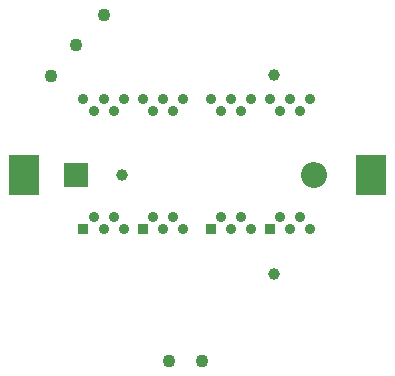
<source format=gbr>
%TF.GenerationSoftware,KiCad,Pcbnew,8.0.1*%
%TF.CreationDate,2024-12-08T15:20:27+09:00*%
%TF.ProjectId,watch,77617463-682e-46b6-9963-61645f706362,rev?*%
%TF.SameCoordinates,Original*%
%TF.FileFunction,Soldermask,Bot*%
%TF.FilePolarity,Negative*%
%FSLAX46Y46*%
G04 Gerber Fmt 4.6, Leading zero omitted, Abs format (unit mm)*
G04 Created by KiCad (PCBNEW 8.0.1) date 2024-12-08 15:20:27*
%MOMM*%
%LPD*%
G01*
G04 APERTURE LIST*
%ADD10R,0.900000X0.900000*%
%ADD11C,0.900000*%
%ADD12R,2.540000X3.510000*%
%ADD13C,1.000000*%
%ADD14R,2.000000X2.000000*%
%ADD15O,2.200000X2.200000*%
%ADD16C,1.100000*%
G04 APERTURE END LIST*
D10*
%TO.C,U4*%
X91200000Y-94500000D03*
D11*
X92050000Y-93500000D03*
X92900000Y-94500000D03*
X93750000Y-93500000D03*
X94600000Y-94500000D03*
X94600000Y-83500000D03*
X93750000Y-84500000D03*
X92900000Y-83500000D03*
X92050000Y-84500000D03*
X91200000Y-83500000D03*
%TD*%
D10*
%TO.C,U5*%
X96200000Y-94500000D03*
D11*
X97050000Y-93500000D03*
X97900000Y-94500000D03*
X98750000Y-93500000D03*
X99600000Y-94500000D03*
X99600000Y-83500000D03*
X98750000Y-84500000D03*
X97900000Y-83500000D03*
X97050000Y-84500000D03*
X96200000Y-83500000D03*
%TD*%
D10*
%TO.C,U2*%
X80400000Y-94500000D03*
D11*
X81250000Y-93500000D03*
X82100000Y-94500000D03*
X82950000Y-93500000D03*
X83800000Y-94500000D03*
X83800000Y-83500000D03*
X82950000Y-84500000D03*
X82100000Y-83500000D03*
X81250000Y-84500000D03*
X80400000Y-83500000D03*
%TD*%
D10*
%TO.C,U3*%
X85400000Y-94500000D03*
D11*
X86250000Y-93500000D03*
X87100000Y-94500000D03*
X87950000Y-93500000D03*
X88800000Y-94500000D03*
X88800000Y-83500000D03*
X87950000Y-84500000D03*
X87100000Y-83500000D03*
X86250000Y-84500000D03*
X85400000Y-83500000D03*
%TD*%
D12*
%TO.C,BT1*%
X75400000Y-89975000D03*
X104760000Y-89975000D03*
%TD*%
D13*
%TO.C,BT2*%
X83700000Y-89900000D03*
X96500000Y-81500000D03*
X96500000Y-98300000D03*
D14*
X79800000Y-89900000D03*
D15*
X99900000Y-89900000D03*
%TD*%
D16*
%TO.C,TP5*%
X82150000Y-76400000D03*
%TD*%
%TO.C,TP4*%
X90400000Y-105650000D03*
%TD*%
%TO.C,TP1*%
X77650000Y-81550000D03*
%TD*%
%TO.C,TP2*%
X87650000Y-105650000D03*
%TD*%
%TO.C,TP3*%
X79750000Y-78950000D03*
%TD*%
M02*

</source>
